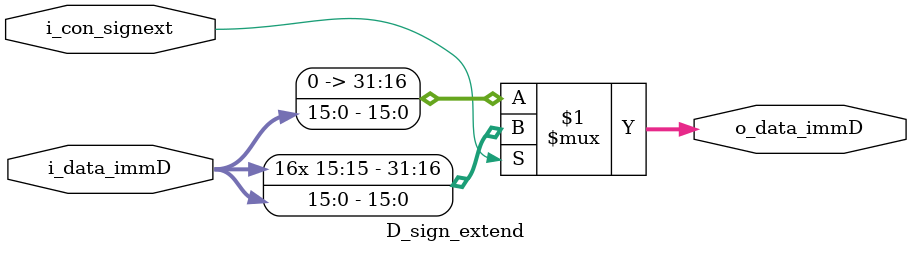
<source format=sv>
`timescale 1ns / 1ps
module D_sign_extend(input [15:0] i_data_immD,
                     input   i_con_signext,
    
                     output reg [31:0] o_data_immD);
                   

assign o_data_immD =( i_con_signext ? {{16{i_data_immD[15]}}, i_data_immD[15:0]} : {16'b0, i_data_immD[15:0]});
       
endmodule




</source>
